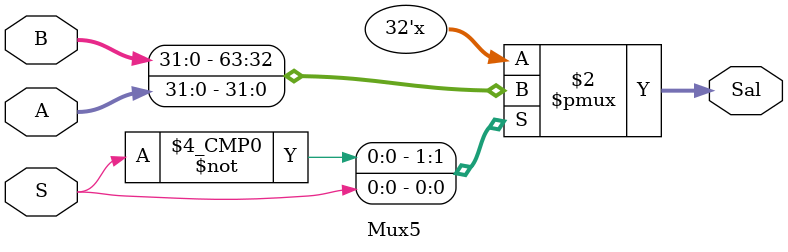
<source format=v>
`timescale 1ns/1ns

module Mux5 (
		input [31:0]A,
		input [31:0]B,
		input S,
		output reg[31:0]Sal
);



always @*
begin
	case (S)
		1'b0:
		begin
			Sal = B;
		end
		1'b1:
		begin
			Sal = A;
		end
	endcase
end

endmodule

</source>
